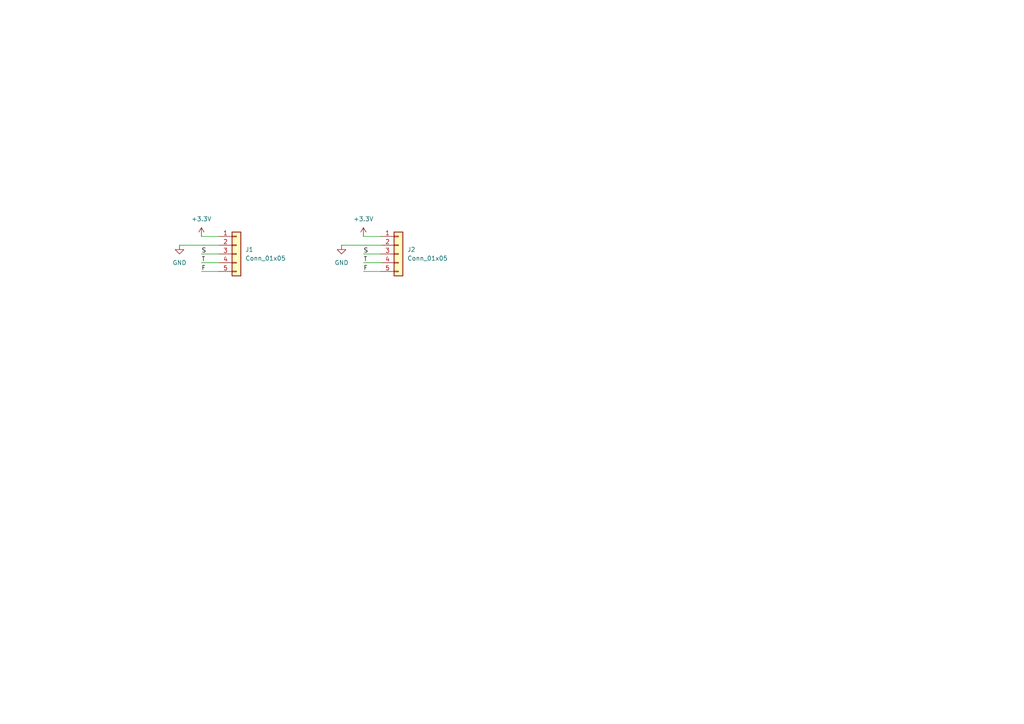
<source format=kicad_sch>
(kicad_sch (version 20230121) (generator eeschema)
  (paper "A4")
  (lib_symbols
    (symbol "Connector_Generic:Conn_01x05" (pin_names (offset 1.016) hide)
      (property "Reference" "J" (at 0 7.62 0))
      (property "Value" "Conn_01x05" (at 0 -7.62 0))
      (symbol "Conn_01x05_1_1"
        (rectangle (start -1.27 -4.953) (end 0 -5.207) (stroke (width 0.1524)))
        (rectangle (start -1.27 -2.413) (end 0 -2.667) (stroke (width 0.1524)))
        (rectangle (start -1.27 0.127) (end 0 -0.127) (stroke (width 0.1524)))
        (rectangle (start -1.27 2.667) (end 0 2.413) (stroke (width 0.1524)))
        (rectangle (start -1.27 5.207) (end 0 4.953) (stroke (width 0.1524)))
        (rectangle (start -1.27 6.35) (end 1.27 -6.35) (stroke (width 0.254)) (fill (type background)))
        (pin passive line (at -5.08 5.08 0) (length 3.81) (name "Pin_1") (number "1"))
        (pin passive line (at -5.08 2.54 0) (length 3.81) (name "Pin_2") (number "2"))
        (pin passive line (at -5.08 0 0) (length 3.81) (name "Pin_3") (number "3"))
        (pin passive line (at -5.08 -2.54 0) (length 3.81) (name "Pin_4") (number "4"))
        (pin passive line (at -5.08 -5.08 0) (length 3.81) (name "Pin_5") (number "5"))
      )
    )
    (symbol "power:+3.3V" (power) (pin_names (offset 0))
      (property "Value" "+3.3V" (at 0 3.556 0))
      (symbol "+3.3V_0_1"
        (polyline (pts (xy -0.762 1.27) (xy 0 2.54)))
        (polyline (pts (xy 0 0) (xy 0 2.54)))
        (polyline (pts (xy 0 2.54) (xy 0.762 1.27)))
      )
      (symbol "+3.3V_1_1"
        (pin power_in line (at 0 0 90) (length 0) hide (name "+3.3V") (number "1"))
      )
    )
    (symbol "power:GND" (power) (pin_names (offset 0))
      (property "Value" "GND" (at 0 -3.81 0))
      (symbol "GND_0_1"
        (polyline (pts (xy 0 0) (xy 0 -1.27) (xy 1.27 -1.27) (xy 0 -2.54) (xy -1.27 -1.27) (xy 0 -1.27)))
      )
      (symbol "GND_1_1"
        (pin power_in line (at 0 0 270) (length 0) hide (name "GND") (number "1"))
      )
    )
  )
  (wire (pts (xy 58.42 76.2) (xy 63.5 76.2)))
  (wire (pts (xy 63.5 71.12) (xy 52.07 71.12)))
  (wire (pts (xy 105.41 76.2) (xy 110.49 76.2)))
  (wire (pts (xy 110.49 71.12) (xy 99.06 71.12)))
  (wire (pts (xy 110.49 68.58) (xy 105.41 68.58)))
  (wire (pts (xy 58.42 73.66) (xy 63.5 73.66)))
  (wire (pts (xy 63.5 68.58) (xy 58.42 68.58)))
  (wire (pts (xy 105.41 73.66) (xy 110.49 73.66)))
  (wire (pts (xy 105.41 78.74) (xy 110.49 78.74)))
  (wire (pts (xy 58.42 78.74) (xy 63.5 78.74)))
  (label "S" (at 58.42 73.66 0))
  (label "T" (at 105.41 76.2 0))
  (label "F" (at 58.42 78.74 0))
  (label "S" (at 105.41 73.66 0))
  (label "F" (at 105.41 78.74 0))
  (label "T" (at 58.42 76.2 0))
  (symbol (lib_id "Connector_Generic:Conn_01x05") (at 68.58 73.66 0) (unit 1)
    (property "Reference" "J1" (at 71.12 72.39 0) (effects (justify left)))
    (property "Value" "Conn_01x05" (at 71.12 74.93 0) (effects (justify left)))
    (property "Footprint" "Connector_PinHeader_2.54mm:PinHeader_1x05_P2.54mm_Vertical" (effects hide))
  )
  (symbol (lib_id "power:+3.3V") (at 58.42 68.58 0) (unit 1)
    (property "Reference" "#PWR01" (effects hide))
    (property "Value" "+3.3V" (at 58.42 63.5 0))
  )
  (symbol (lib_id "power:+3.3V") (at 105.41 68.58 0) (unit 1)
    (property "Reference" "#PWR03" (effects hide))
    (property "Value" "+3.3V" (at 105.41 63.5 0))
  )
  (symbol (lib_id "Connector_Generic:Conn_01x05") (at 115.57 73.66 0) (unit 1)
    (property "Reference" "J2" (at 118.11 72.39 0) (effects (justify left)))
    (property "Value" "Conn_01x05" (at 118.11 74.93 0) (effects (justify left)))
    (property "Footprint" "Connector_PinHeader_2.00mm:PinHeader_1x05_P2.00mm_Vertical" (effects hide))
  )
  (symbol (lib_id "power:GND") (at 99.06 71.12 0) (unit 1)
    (property "Reference" "#PWR04" (effects hide))
    (property "Value" "GND" (at 99.06 76.2 0))
  )
  (symbol (lib_id "power:GND") (at 52.07 71.12 0) (unit 1)
    (property "Reference" "#PWR02" (effects hide))
    (property "Value" "GND" (at 52.07 76.2 0))
  )
)
</source>
